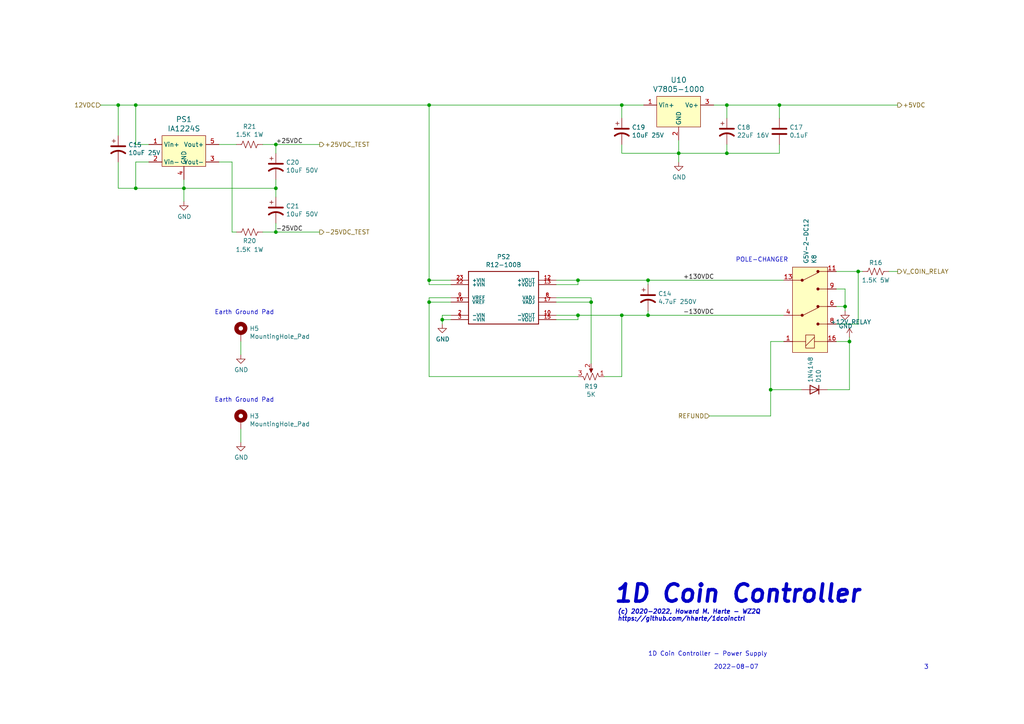
<source format=kicad_sch>
(kicad_sch (version 20211123) (generator eeschema)
  (paper "A4")
  (lib_symbols
    (symbol "1d_coinctrl_r2-rescue:+12V_RELAY-power" (power) (pin_names (offset 0))
      (property "Value" "+12V_RELAY-power" (at 0 3.556 0))
      (symbol "+12V_RELAY-power_0_1"
        (polyline (pts (xy -0.762 1.27) (xy 0 2.54)))
        (polyline (pts (xy 0 0) (xy 0 2.54)))
        (polyline (pts (xy 0 2.54) (xy 0.762 1.27)))
      )
      (symbol "+12V_RELAY-power_1_1"
        (pin power_in line (at 0 0 90) (length 0) hide (name "+12V_RELAY") (number "1"))
      )
    )
    (symbol "1d_coinctrl_r2-rescue:G5V-2-DC12-dk_Signal-Relays-Up-to-2-Amps" (pin_names (offset 1.016) hide)
      (property "Reference" "RLY" (at -15.875 6.35 0))
      (property "Value" "G5V-2-DC12-dk_Signal-Relays-Up-to-2-Amps" (at -14.986 4.826 90))
      (symbol "G5V-2-DC12-dk_Signal-Relays-Up-to-2-Amps_0_1"
        (rectangle (start -13.335 5.08) (end 11.43 -5.08) (fill (type background)))
        (rectangle (start -12.065 1.27) (end -8.255 -1.27))
        (circle (center -5.08 2.286) (radius 0.3556) (fill (type outline)))
        (circle (center -2.54 -2.286) (radius 0.3556) (fill (type outline)))
        (polyline (pts (xy -11.43 -1.27) (xy -8.89 1.27)))
        (polyline (pts (xy -10.16 -1.27) (xy -10.16 -5.08)))
        (polyline (pts (xy -10.16 5.08) (xy -10.16 1.27)))
        (polyline (pts (xy -5.08 5.08) (xy -5.08 2.54)))
        (polyline (pts (xy -2.54 -5.08) (xy -2.54 -2.54)))
        (polyline (pts (xy -2.54 -2.032) (xy -0.254 2.54)))
        (polyline (pts (xy 0 5.08) (xy 0 2.54)))
        (polyline (pts (xy 5.08 5.08) (xy 5.08 2.54)))
        (polyline (pts (xy 7.62 -5.08) (xy 7.62 -2.54)))
        (polyline (pts (xy 7.62 -2.032) (xy 9.906 2.54)))
        (polyline (pts (xy 10.16 5.08) (xy 10.16 2.54)))
        (circle (center 0 2.286) (radius 0.3556) (fill (type outline)))
        (circle (center 5.08 2.286) (radius 0.3556) (fill (type outline)))
        (circle (center 7.62 -2.286) (radius 0.3556) (fill (type outline)))
        (circle (center 10.16 2.286) (radius 0.3556) (fill (type outline)))
      )
      (symbol "G5V-2-DC12-dk_Signal-Relays-Up-to-2-Amps_1_1"
        (pin passive line (at -10.16 -7.62 90) (length 2.54) (name "COIL") (number "1"))
        (pin passive line (at 10.16 7.62 270) (length 2.54) (name "NC2") (number "11"))
        (pin passive line (at 7.62 -7.62 90) (length 2.54) (name "COM2") (number "13"))
        (pin passive line (at -10.16 7.62 270) (length 2.54) (name "COIL") (number "16"))
        (pin passive line (at -2.54 -7.62 90) (length 2.54) (name "COM1") (number "4"))
        (pin passive line (at 0 7.62 270) (length 2.54) (name "NC1") (number "6"))
        (pin passive line (at -5.08 7.62 270) (length 2.54) (name "NO1") (number "8"))
        (pin passive line (at 5.08 7.62 270) (length 2.54) (name "NO2") (number "9"))
      )
    )
    (symbol "1d_coinctrl_r2-rescue:IA1224S-dk_DC-DC-Converters"
      (property "Reference" "U" (at -6.35 6.35 0))
      (property "Value" "IA1224S-dk_DC-DC-Converters" (at 1.27 -5.08 0))
      (symbol "IA1224S-dk_DC-DC-Converters_0_1"
        (rectangle (start -6.35 5.08) (end 6.35 -3.81) (fill (type background)))
      )
      (symbol "IA1224S-dk_DC-DC-Converters_1_1"
        (pin power_in line (at -10.16 2.54 0) (length 3.81) (name "Vin+") (number "1"))
        (pin power_in line (at -10.16 -2.54 0) (length 3.81) (name "Vin-") (number "2"))
        (pin power_out line (at 10.16 -2.54 180) (length 3.81) (name "Vout-") (number "3"))
        (pin power_in line (at 0 -7.62 90) (length 3.81) (name "GND") (number "4"))
        (pin power_out line (at 10.16 2.54 180) (length 3.81) (name "Vout+") (number "5"))
      )
    )
    (symbol "1d_coinctrl_r2-rescue:R12-100B-R12-100B" (pin_names (offset 1.016))
      (property "Reference" "PS" (at -10.16 8.636 0))
      (property "Value" "R12-100B-R12-100B" (at -10.16 -10.922 0))
      (symbol "R12-100B-R12-100B_0_0"
        (polyline (pts (xy -10.16 -7.62) (xy -10.16 7.62)) (stroke (width 0.254)))
        (polyline (pts (xy -10.16 7.62) (xy 10.16 7.62)) (stroke (width 0.254)))
        (polyline (pts (xy 10.16 -7.62) (xy -10.16 -7.62)) (stroke (width 0.254)))
        (polyline (pts (xy 10.16 7.62) (xy 10.16 -7.62)) (stroke (width 0.254)))
        (pin output line (at 15.24 -5.08 180) (length 5.08) (name "-VOUT") (number "10"))
        (pin output line (at 15.24 5.08 180) (length 5.08) (name "+VOUT") (number "12"))
        (pin output line (at 15.24 3.81 180) (length 5.08) (name "+VOUT") (number "13"))
        (pin output line (at 15.24 -6.35 180) (length 5.08) (name "-VOUT") (number "15"))
        (pin input line (at -15.24 -1.27 0) (length 5.08) (name "VREF") (number "16"))
        (pin passive line (at 15.24 -1.27 180) (length 5.08) (name "VADJ") (number "17"))
        (pin input line (at -15.24 -5.08 0) (length 5.08) (name "-VIN") (number "2"))
        (pin input line (at -15.24 3.81 0) (length 5.08) (name "+VIN") (number "22"))
        (pin input line (at -15.24 5.08 0) (length 5.08) (name "+VIN") (number "23"))
        (pin input line (at -15.24 -6.35 0) (length 5.08) (name "-VIN") (number "3"))
        (pin passive line (at 15.24 0 180) (length 5.08) (name "VADJ") (number "8"))
        (pin input line (at -15.24 0 0) (length 5.08) (name "VREF") (number "9"))
      )
    )
    (symbol "1d_coinctrl_r2-rescue:V7805-1000-dk_DC-DC-Converters"
      (property "Reference" "U" (at -6.35 6.35 0))
      (property "Value" "V7805-1000-dk_DC-DC-Converters" (at 1.27 -5.08 0))
      (symbol "V7805-1000-dk_DC-DC-Converters_0_1"
        (rectangle (start -6.35 5.08) (end 6.35 -3.81) (fill (type background)))
      )
      (symbol "V7805-1000-dk_DC-DC-Converters_1_1"
        (pin power_in line (at -10.16 2.54 0) (length 3.81) (name "Vin+") (number "1"))
        (pin power_in line (at 0 -7.62 90) (length 3.81) (name "GND") (number "2"))
        (pin power_out line (at 10.16 2.54 180) (length 3.81) (name "Vo+") (number "3"))
      )
    )
    (symbol "Device:C" (pin_numbers hide) (pin_names (offset 0.254))
      (property "Reference" "C" (at 0.635 2.54 0))
      (property "Value" "C" (at 0.635 -2.54 0))
      (symbol "C_0_1"
        (polyline (pts (xy -2.032 -0.762) (xy 2.032 -0.762)) (stroke (width 0.508)))
        (polyline (pts (xy -2.032 0.762) (xy 2.032 0.762)) (stroke (width 0.508)))
      )
      (symbol "C_1_1"
        (pin passive line (at 0 3.81 270) (length 2.794) (name "~") (number "1"))
        (pin passive line (at 0 -3.81 90) (length 2.794) (name "~") (number "2"))
      )
    )
    (symbol "Device:C_Polarized_US" (pin_numbers hide) (pin_names (offset 0.254) hide)
      (property "Reference" "C" (at 0.635 2.54 0))
      (property "Value" "C_Polarized_US" (at 0.635 -2.54 0))
      (symbol "C_Polarized_US_0_1"
        (polyline (pts (xy -2.032 0.762) (xy 2.032 0.762)) (stroke (width 0.508)))
        (polyline (pts (xy -1.778 2.286) (xy -0.762 2.286)))
        (polyline (pts (xy -1.27 1.778) (xy -1.27 2.794)))
        (arc (start 2.032 -1.27) (mid 0 -0.5572) (end -2.032 -1.27) (stroke (width 0.508)))
      )
      (symbol "C_Polarized_US_1_1"
        (pin passive line (at 0 3.81 270) (length 2.794) (name "~") (number "1"))
        (pin passive line (at 0 -3.81 90) (length 3.302) (name "~") (number "2"))
      )
    )
    (symbol "Device:R_Potentiometer_US" (pin_names (offset 1.016) hide)
      (property "Reference" "RV" (at -4.445 0 90))
      (property "Value" "R_Potentiometer_US" (at -2.54 0 90))
      (symbol "R_Potentiometer_US_0_1"
        (polyline (pts (xy 0 -2.286) (xy 0 -2.54)))
        (polyline (pts (xy 0 2.54) (xy 0 2.286)))
        (polyline (pts (xy 2.54 0) (xy 1.524 0)))
        (polyline (pts (xy 1.143 0) (xy 2.286 0.508) (xy 2.286 -0.508) (xy 1.143 0)) (fill (type outline)))
        (polyline (pts (xy 0 -0.762) (xy 1.016 -1.143) (xy 0 -1.524) (xy -1.016 -1.905) (xy 0 -2.286)))
        (polyline (pts (xy 0 0.762) (xy 1.016 0.381) (xy 0 0) (xy -1.016 -0.381) (xy 0 -0.762)))
        (polyline (pts (xy 0 2.286) (xy 1.016 1.905) (xy 0 1.524) (xy -1.016 1.143) (xy 0 0.762)))
      )
      (symbol "R_Potentiometer_US_1_1"
        (pin passive line (at 0 3.81 270) (length 1.27) (name "1") (number "1"))
        (pin passive line (at 3.81 0 180) (length 1.27) (name "2") (number "2"))
        (pin passive line (at 0 -3.81 90) (length 1.27) (name "3") (number "3"))
      )
    )
    (symbol "Device:R_US" (pin_numbers hide) (pin_names (offset 0))
      (property "Reference" "R" (at 2.54 0 90))
      (property "Value" "R_US" (at -2.54 0 90))
      (symbol "R_US_0_1"
        (polyline (pts (xy 0 -2.286) (xy 0 -2.54)))
        (polyline (pts (xy 0 2.286) (xy 0 2.54)))
        (polyline (pts (xy 0 -0.762) (xy 1.016 -1.143) (xy 0 -1.524) (xy -1.016 -1.905) (xy 0 -2.286)))
        (polyline (pts (xy 0 0.762) (xy 1.016 0.381) (xy 0 0) (xy -1.016 -0.381) (xy 0 -0.762)))
        (polyline (pts (xy 0 2.286) (xy 1.016 1.905) (xy 0 1.524) (xy -1.016 1.143) (xy 0 0.762)))
      )
      (symbol "R_US_1_1"
        (pin passive line (at 0 3.81 270) (length 1.27) (name "~") (number "1"))
        (pin passive line (at 0 -3.81 90) (length 1.27) (name "~") (number "2"))
      )
    )
    (symbol "Diode:1N4148" (pin_numbers hide) (pin_names (offset 1.016) hide)
      (property "Reference" "D" (at 0 2.54 0))
      (property "Value" "1N4148" (at 0 -2.54 0))
      (symbol "1N4148_0_1"
        (polyline (pts (xy -1.27 1.27) (xy -1.27 -1.27)) (stroke (width 0.254)))
        (polyline (pts (xy 1.27 0) (xy -1.27 0)))
        (polyline (pts (xy 1.27 1.27) (xy 1.27 -1.27) (xy -1.27 0) (xy 1.27 1.27)) (stroke (width 0.254)))
      )
      (symbol "1N4148_1_1"
        (pin passive line (at -3.81 0 0) (length 2.54) (name "K") (number "1"))
        (pin passive line (at 3.81 0 180) (length 2.54) (name "A") (number "2"))
      )
    )
    (symbol "Mechanical:MountingHole_Pad" (pin_numbers hide) (pin_names (offset 1.016) hide)
      (property "Reference" "H" (at 0 6.35 0))
      (property "Value" "MountingHole_Pad" (at 0 4.445 0))
      (symbol "MountingHole_Pad_0_1"
        (circle (center 0 1.27) (radius 1.27) (stroke (width 1.27)))
      )
      (symbol "MountingHole_Pad_1_1"
        (pin input line (at 0 -2.54 90) (length 2.54) (name "1") (number "1"))
      )
    )
    (symbol "power:GND" (power) (pin_names (offset 0))
      (property "Value" "GND" (at 0 -3.81 0))
      (symbol "GND_0_1"
        (polyline (pts (xy 0 0) (xy 0 -1.27) (xy 1.27 -1.27) (xy 0 -2.54) (xy -1.27 -1.27) (xy 0 -1.27)))
      )
      (symbol "GND_1_1"
        (pin power_in line (at 0 0 270) (length 0) hide (name "GND") (number "1"))
      )
    )
  )
  (junction (at 53.34 54.61))
  (junction (at 34.29 30.48))
  (junction (at 39.37 54.61))
  (junction (at 187.96 81.28))
  (junction (at 210.82 44.45))
  (junction (at 39.37 30.48))
  (junction (at 187.96 91.44))
  (junction (at 124.46 81.28))
  (junction (at 80.01 41.91))
  (junction (at 180.34 30.48))
  (junction (at 226.06 30.48))
  (junction (at 210.82 30.48))
  (junction (at 124.46 30.48))
  (junction (at 248.92 78.74))
  (junction (at 128.27 92.71))
  (junction (at 196.85 44.45))
  (junction (at 80.01 54.61))
  (junction (at 245.11 88.9))
  (junction (at 80.01 67.31))
  (junction (at 124.46 87.63))
  (junction (at 167.64 81.28))
  (junction (at 180.34 91.44))
  (junction (at 171.45 87.63))
  (junction (at 167.64 91.44))
  (junction (at 246.38 99.06))
  (junction (at 223.52 113.03))
  (wire (pts (xy 167.64 92.71) (xy 167.64 91.44)))
  (wire (pts (xy 242.57 88.9) (xy 245.11 88.9)))
  (wire (pts (xy 68.58 67.31) (xy 67.31 67.31)))
  (wire (pts (xy 63.5 41.91) (xy 68.58 41.91)))
  (wire (pts (xy 196.85 46.99) (xy 196.85 44.45)))
  (wire (pts (xy 171.45 105.41) (xy 171.45 87.63)))
  (wire (pts (xy 80.01 67.31) (xy 92.71 67.31)))
  (wire (pts (xy 167.64 109.22) (xy 124.46 109.22)))
  (wire (pts (xy 69.85 102.87) (xy 69.85 99.06)))
  (wire (pts (xy 232.41 113.03) (xy 223.52 113.03)))
  (wire (pts (xy 39.37 30.48) (xy 124.46 30.48)))
  (wire (pts (xy 210.82 30.48) (xy 226.06 30.48)))
  (wire (pts (xy 226.06 30.48) (xy 260.35 30.48)))
  (wire (pts (xy 246.38 99.06) (xy 246.38 97.79)))
  (wire (pts (xy 63.5 46.99) (xy 67.31 46.99)))
  (wire (pts (xy 124.46 109.22) (xy 124.46 87.63)))
  (wire (pts (xy 39.37 41.91) (xy 39.37 30.48)))
  (wire (pts (xy 187.96 81.28) (xy 227.33 81.28)))
  (wire (pts (xy 53.34 54.61) (xy 80.01 54.61)))
  (wire (pts (xy 124.46 30.48) (xy 124.46 81.28)))
  (wire (pts (xy 180.34 44.45) (xy 196.85 44.45)))
  (wire (pts (xy 130.81 91.44) (xy 128.27 91.44)))
  (wire (pts (xy 53.34 54.61) (xy 53.34 52.07)))
  (wire (pts (xy 124.46 81.28) (xy 124.46 82.55)))
  (wire (pts (xy 43.18 41.91) (xy 39.37 41.91)))
  (wire (pts (xy 161.29 92.71) (xy 167.64 92.71)))
  (wire (pts (xy 180.34 30.48) (xy 186.69 30.48)))
  (wire (pts (xy 205.74 120.65) (xy 223.52 120.65)))
  (wire (pts (xy 248.92 78.74) (xy 242.57 78.74)))
  (wire (pts (xy 226.06 44.45) (xy 226.06 41.91)))
  (wire (pts (xy 245.11 90.17) (xy 245.11 88.9)))
  (wire (pts (xy 187.96 91.44) (xy 227.33 91.44)))
  (wire (pts (xy 76.2 67.31) (xy 80.01 67.31)))
  (wire (pts (xy 161.29 81.28) (xy 167.64 81.28)))
  (wire (pts (xy 210.82 44.45) (xy 196.85 44.45)))
  (wire (pts (xy 171.45 87.63) (xy 171.45 86.36)))
  (wire (pts (xy 207.01 30.48) (xy 210.82 30.48)))
  (wire (pts (xy 167.64 91.44) (xy 180.34 91.44)))
  (wire (pts (xy 167.64 82.55) (xy 167.64 81.28)))
  (wire (pts (xy 80.01 57.15) (xy 80.01 54.61)))
  (wire (pts (xy 124.46 87.63) (xy 130.81 87.63)))
  (wire (pts (xy 128.27 92.71) (xy 130.81 92.71)))
  (wire (pts (xy 175.26 109.22) (xy 180.34 109.22)))
  (wire (pts (xy 161.29 82.55) (xy 167.64 82.55)))
  (wire (pts (xy 223.52 113.03) (xy 223.52 99.06)))
  (wire (pts (xy 80.01 67.31) (xy 80.01 64.77)))
  (wire (pts (xy 242.57 93.98) (xy 248.92 93.98)))
  (wire (pts (xy 161.29 91.44) (xy 167.64 91.44)))
  (wire (pts (xy 210.82 34.29) (xy 210.82 30.48)))
  (wire (pts (xy 128.27 92.71) (xy 128.27 93.98)))
  (wire (pts (xy 187.96 90.17) (xy 187.96 91.44)))
  (wire (pts (xy 39.37 46.99) (xy 39.37 54.61)))
  (wire (pts (xy 124.46 30.48) (xy 180.34 30.48)))
  (wire (pts (xy 53.34 58.42) (xy 53.34 54.61)))
  (wire (pts (xy 245.11 83.82) (xy 242.57 83.82)))
  (wire (pts (xy 67.31 46.99) (xy 67.31 67.31)))
  (wire (pts (xy 39.37 54.61) (xy 53.34 54.61)))
  (wire (pts (xy 161.29 87.63) (xy 171.45 87.63)))
  (wire (pts (xy 180.34 34.29) (xy 180.34 30.48)))
  (wire (pts (xy 34.29 39.37) (xy 34.29 30.48)))
  (wire (pts (xy 187.96 82.55) (xy 187.96 81.28)))
  (wire (pts (xy 80.01 44.45) (xy 80.01 41.91)))
  (wire (pts (xy 223.52 120.65) (xy 223.52 113.03)))
  (wire (pts (xy 226.06 34.29) (xy 226.06 30.48)))
  (wire (pts (xy 34.29 30.48) (xy 29.21 30.48)))
  (wire (pts (xy 242.57 99.06) (xy 246.38 99.06)))
  (wire (pts (xy 34.29 54.61) (xy 39.37 54.61)))
  (wire (pts (xy 248.92 78.74) (xy 250.19 78.74)))
  (wire (pts (xy 245.11 88.9) (xy 245.11 83.82)))
  (wire (pts (xy 167.64 81.28) (xy 187.96 81.28)))
  (wire (pts (xy 210.82 41.91) (xy 210.82 44.45)))
  (wire (pts (xy 80.01 41.91) (xy 92.71 41.91)))
  (wire (pts (xy 128.27 91.44) (xy 128.27 92.71)))
  (wire (pts (xy 171.45 86.36) (xy 161.29 86.36)))
  (wire (pts (xy 257.81 78.74) (xy 260.35 78.74)))
  (wire (pts (xy 180.34 91.44) (xy 187.96 91.44)))
  (wire (pts (xy 223.52 99.06) (xy 227.33 99.06)))
  (wire (pts (xy 69.85 128.27) (xy 69.85 124.46)))
  (wire (pts (xy 196.85 44.45) (xy 196.85 40.64)))
  (wire (pts (xy 248.92 93.98) (xy 248.92 78.74)))
  (wire (pts (xy 43.18 46.99) (xy 39.37 46.99)))
  (wire (pts (xy 180.34 41.91) (xy 180.34 44.45)))
  (wire (pts (xy 80.01 54.61) (xy 80.01 52.07)))
  (wire (pts (xy 124.46 81.28) (xy 130.81 81.28)))
  (wire (pts (xy 76.2 41.91) (xy 80.01 41.91)))
  (wire (pts (xy 240.03 113.03) (xy 246.38 113.03)))
  (wire (pts (xy 246.38 113.03) (xy 246.38 99.06)))
  (wire (pts (xy 34.29 46.99) (xy 34.29 54.61)))
  (wire (pts (xy 124.46 87.63) (xy 124.46 86.36)))
  (wire (pts (xy 180.34 109.22) (xy 180.34 91.44)))
  (wire (pts (xy 210.82 44.45) (xy 226.06 44.45)))
  (wire (pts (xy 124.46 86.36) (xy 130.81 86.36)))
  (wire (pts (xy 39.37 30.48) (xy 34.29 30.48)))
  (wire (pts (xy 124.46 82.55) (xy 130.81 82.55)))
  (text "(c) 2020-2022, Howard M. Harte - WZ2Q\nhttps://github.com/hharte/1dcoinctrl" (at 179.07 180.34 0) (effects (font (size 1.27 1.27) (thickness 0.254) bold italic) (justify left bottom)))
  (text "POLE-CHANGER" (at 213.36 76.2 0) (effects (font (size 1.27 1.27)) (justify left bottom)))
  (text "Earth Ground Pad" (at 62.23 91.44 0) (effects (font (size 1.27 1.27)) (justify left bottom)))
  (text "Earth Ground Pad" (at 62.23 116.84 0) (effects (font (size 1.27 1.27)) (justify left bottom)))
  (text "3" (at 267.97 194.31 0) (effects (font (size 1.27 1.27)) (justify left bottom)))
  (text "1D Coin Controller" (at 177.8 175.26 0) (effects (font (size 5.0038 5.0038) (thickness 1.0008) bold italic) (justify left bottom)))
  (text "1D Coin Controller - Power Supply" (at 187.96 190.5 0) (effects (font (size 1.27 1.27)) (justify left bottom)))
  (text "2022-08-07" (at 207.01 194.31 0) (effects (font (size 1.27 1.27)) (justify left bottom)))
  (label "+25VDC" (at 80.01 41.91 0))
  (label "+130VDC" (at 198.12 81.28 0))
  (label "-25VDC" (at 80.01 67.31 0))
  (label "-130VDC" (at 198.12 91.44 0))
  (hierarchical_label "12VDC" (shape input) (at 29.21 30.48 180))
  (hierarchical_label "+5VDC" (shape output) (at 260.35 30.48 0))
  (hierarchical_label "+25VDC_TEST" (shape output) (at 92.71 41.91 0))
  (hierarchical_label "-25VDC_TEST" (shape output) (at 92.71 67.31 0))
  (hierarchical_label "V_COIN_RELAY" (shape output) (at 260.35 78.74 0))
  (hierarchical_label "REFUND" (shape input) (at 205.74 120.65 180))
  (symbol (lib_id "1d_coinctrl_r2-rescue:IA1224S-dk_DC-DC-Converters") (at 53.34 44.45 0) (unit 1)
    (property "Reference" "PS1" (at 53.34 34.6202 0) (effects (font (size 1.524 1.524))))
    (property "Value" "IA1224S" (at 53.34 37.3126 0) (effects (font (size 1.524 1.524))))
    (property "Footprint" "1dcoinctrl_r2:IA1224S" (effects hide))
    (property "Datasheet" "https://www.cui.com/product/resource/digikeypdf/v78-500.pdf" (effects hide))
    (property "Digi-Key_PN" "102-1709-ND" (effects hide))
    (property "MPN" "V7805-500" (effects hide))
    (property "Category" "Power Supplies - Board Mount" (effects hide))
    (property "Family" "DC DC Converters" (effects hide))
    (property "DK_Datasheet_Link" "https://www.cui.com/product/resource/digikeypdf/v78-500.pdf" (effects hide))
    (property "DK_Detail_Page" "/product-detail/en/cui-inc/V7805-500/102-1709-ND/1828602" (effects hide))
    (property "Description" "DC DC CONVERTER 5V 2.5W" (effects hide))
    (property "Manufacturer" "CUI Inc." (effects hide))
    (property "Status" "Active" (effects hide))
  )
  (symbol (lib_id "power:GND") (at 53.34 58.42 0) (unit 1)
    (property "Reference" "#PWR09" (effects hide))
    (property "Value" "GND" (at 53.467 62.8142 0))
  )
  (symbol (lib_id "1d_coinctrl_r2-rescue:V7805-1000-dk_DC-DC-Converters") (at 196.85 33.02 0) (unit 1)
    (property "Reference" "U10" (at 196.85 23.1902 0) (effects (font (size 1.524 1.524))))
    (property "Value" "V7805-1000" (at 196.85 25.8826 0) (effects (font (size 1.524 1.524))))
    (property "Footprint" "digikey-footprints:3-SIP_Module_V7805-1000" (effects hide))
    (property "Datasheet" "https://www.cui.com/product/resource/digikeypdf/v78xx-1000.pdf" (effects hide))
    (property "Digi-Key_PN" "102-1715-ND" (effects hide))
    (property "MPN" "V7805-1000" (effects hide))
    (property "Category" "Power Supplies - Board Mount" (effects hide))
    (property "Family" "DC DC Converters" (effects hide))
    (property "DK_Datasheet_Link" "https://www.cui.com/product/resource/digikeypdf/v78xx-1000.pdf" (effects hide))
    (property "DK_Detail_Page" "/product-detail/en/cui-inc/V7805-1000/102-1715-ND/1828608" (effects hide))
    (property "Description" "DC DC CONVERTER 5V 5W" (effects hide))
    (property "Manufacturer" "CUI Inc." (effects hide))
    (property "Status" "Active" (effects hide))
  )
  (symbol (lib_id "power:GND") (at 196.85 46.99 0) (unit 1)
    (property "Reference" "#PWR012" (effects hide))
    (property "Value" "GND" (at 196.977 51.3842 0))
  )
  (symbol (lib_id "Device:C_Polarized_US") (at 180.34 38.1 0) (unit 1)
    (property "Reference" "C19" (at 183.261 36.9316 0) (effects (justify left)))
    (property "Value" "10uF 25V" (at 183.261 39.243 0) (effects (justify left)))
    (property "Footprint" "Capacitor_THT:C_Disc_D6.0mm_W4.4mm_P5.00mm" (effects hide))
  )
  (symbol (lib_id "Device:C_Polarized_US") (at 210.82 38.1 0) (unit 1)
    (property "Reference" "C18" (at 213.741 36.9316 0) (effects (justify left)))
    (property "Value" "22uF 16V" (at 213.741 39.243 0) (effects (justify left)))
    (property "Footprint" "Capacitor_THT:C_Disc_D6.0mm_W4.4mm_P5.00mm" (effects hide))
  )
  (symbol (lib_id "1d_coinctrl_r2-rescue:G5V-2-DC12-dk_Signal-Relays-Up-to-2-Amps") (at 234.95 88.9 270) (mirror x) (unit 1)
    (property "Reference" "K8" (at 236.1184 76.5048 0) (effects (justify left)))
    (property "Value" "G5V-2-DC12" (at 233.807 76.5048 0) (effects (justify left)))
    (property "Footprint" "digikey-footprints:Relay_THT_G5V-2" (effects hide))
    (property "Datasheet" "http://omronfs.omron.com/en_US/ecb/products/pdf/en-g5v_2.pdf" (effects hide))
    (property "Digi-Key_PN" "PB1125-ND" (effects hide))
    (property "MPN" "G5V-2-DC12" (effects hide))
    (property "Category" "Relays" (effects hide))
    (property "Family" "Signal Relays, Up to 2 Amps" (effects hide))
    (property "DK_Datasheet_Link" "http://omronfs.omron.com/en_US/ecb/products/pdf/en-g5v_2.pdf" (effects hide))
    (property "DK_Detail_Page" "/product-detail/en/omron-electronics-inc-emc-div/G5V-2-DC12/Z768-ND/87821" (effects hide))
    (property "Description" "RELAY GEN PURPOSE DPDT 2A 12V" (effects hide))
    (property "Manufacturer" "Omron Electronics Inc-EMC Div" (effects hide))
    (property "Status" "Active" (effects hide))
  )
  (symbol (lib_id "1d_coinctrl_r2-rescue:+12V_RELAY-power") (at 246.38 97.79 0) (unit 1)
    (property "Reference" "#PWR011" (effects hide))
    (property "Value" "+12V_RELAY" (at 246.761 93.3958 0))
  )
  (symbol (lib_id "Diode:1N4148") (at 236.22 113.03 0) (mirror y) (unit 1)
    (property "Reference" "D10" (at 237.3884 111.0234 90) (effects (justify left)))
    (property "Value" "1N4148" (at 235.077 111.0234 90) (effects (justify left)))
    (property "Footprint" "Diode_THT:D_DO-35_SOD27_P7.62mm_Horizontal" (effects hide))
    (property "Datasheet" "http://www.nxp.com/documents/data_sheet/1N4148_1N4448.pdf" (effects hide))
  )
  (symbol (lib_id "power:GND") (at 245.11 90.17 0) (unit 1)
    (property "Reference" "#PWR013" (effects hide))
    (property "Value" "GND" (at 245.237 94.5642 0))
  )
  (symbol (lib_id "1d_coinctrl_r2-rescue:R12-100B-R12-100B") (at 146.05 86.36 0) (unit 1)
    (property "Reference" "PS2" (at 146.05 74.4982 0))
    (property "Value" "R12-100B" (at 146.05 76.8096 0))
    (property "Footprint" "kicad-snapeda:CONV_R12-100B" (effects hide))
    (property "Datasheet" "7" (effects hide))
    (property "Field4" "Recom" (effects hide))
    (property "Field5" "9.4mm" (effects hide))
    (property "Field6" "Manufacturer Recommendations" (effects hide))
  )
  (symbol (lib_id "power:GND") (at 128.27 93.98 0) (unit 1)
    (property "Reference" "#PWR010" (effects hide))
    (property "Value" "GND" (at 128.397 98.3742 0))
  )
  (symbol (lib_id "Device:C_Polarized_US") (at 187.96 86.36 0) (unit 1)
    (property "Reference" "C14" (at 190.881 85.1916 0) (effects (justify left)))
    (property "Value" "4.7uF 250V" (at 190.881 87.503 0) (effects (justify left)))
    (property "Footprint" "Capacitor_THT:CP_Radial_D8.0mm_P3.50mm" (effects hide))
  )
  (symbol (lib_id "Device:R_US") (at 254 78.74 270) (unit 1)
    (property "Reference" "R16" (at 254 76.2 90))
    (property "Value" "1.5K 5W" (at 254 81.28 90))
    (property "Footprint" "Resistor_THT:R_Axial_Power_L25.0mm_W9.0mm_P30.48mm" (effects hide))
  )
  (symbol (lib_id "Device:C_Polarized_US") (at 34.29 43.18 0) (unit 1)
    (property "Reference" "C15" (at 37.211 42.0116 0) (effects (justify left)))
    (property "Value" "10uF 25V" (at 37.211 44.323 0) (effects (justify left)))
    (property "Footprint" "Capacitor_THT:C_Disc_D6.0mm_W4.4mm_P5.00mm" (effects hide))
  )
  (symbol (lib_id "Device:R_Potentiometer_US") (at 171.45 109.22 270) (mirror x) (unit 1)
    (property "Reference" "R19" (at 171.45 112.0902 90))
    (property "Value" "5K" (at 171.45 114.4016 90))
    (property "Footprint" "Potentiometer_THT:Potentiometer_Bourns_3266W_Vertical" (effects hide))
  )
  (symbol (lib_id "Device:C") (at 226.06 38.1 0) (unit 1)
    (property "Reference" "C17" (at 228.981 36.9316 0) (effects (justify left)))
    (property "Value" "0.1uF" (at 228.981 39.243 0) (effects (justify left)))
    (property "Footprint" "Capacitor_THT:C_Disc_D3.0mm_W2.0mm_P2.50mm" (effects hide))
  )
  (symbol (lib_id "Device:R_US") (at 72.39 41.91 270) (unit 1)
    (property "Reference" "R21" (at 72.39 36.703 90))
    (property "Value" "1.5K 1W" (at 72.39 39.0144 90))
    (property "Footprint" "Resistor_THT:R_Axial_DIN0207_L6.3mm_D2.5mm_P10.16mm_Horizontal" (effects hide))
  )
  (symbol (lib_id "Device:R_US") (at 72.39 67.31 270) (unit 1)
    (property "Reference" "R20" (at 72.39 69.85 90))
    (property "Value" "1.5K 1W" (at 72.39 72.39 90))
    (property "Footprint" "Resistor_THT:R_Axial_DIN0207_L6.3mm_D2.5mm_P10.16mm_Horizontal" (effects hide))
  )
  (symbol (lib_id "Device:C_Polarized_US") (at 80.01 48.26 0) (unit 1)
    (property "Reference" "C20" (at 82.931 47.0916 0) (effects (justify left)))
    (property "Value" "10uF 50V" (at 82.931 49.403 0) (effects (justify left)))
    (property "Footprint" "Capacitor_THT:CP_Radial_D6.3mm_P2.50mm" (effects hide))
  )
  (symbol (lib_id "Device:C_Polarized_US") (at 80.01 60.96 0) (unit 1)
    (property "Reference" "C21" (at 82.931 59.7916 0) (effects (justify left)))
    (property "Value" "10uF 50V" (at 82.931 62.103 0) (effects (justify left)))
    (property "Footprint" "Capacitor_THT:CP_Radial_D6.3mm_P2.50mm" (effects hide))
  )
  (symbol (lib_id "power:GND") (at 69.85 102.87 0) (unit 1)
    (property "Reference" "#PWR0107" (effects hide))
    (property "Value" "GND" (at 69.977 107.2642 0))
  )
  (symbol (lib_id "Mechanical:MountingHole_Pad") (at 69.85 96.52 0) (unit 1)
    (property "Reference" "H5" (at 72.39 95.2754 0) (effects (justify left)))
    (property "Value" "MountingHole_Pad" (at 72.39 97.5868 0) (effects (justify left)))
    (property "Footprint" "MountingHole:MountingHole_3.7mm_Pad" (effects hide))
  )
  (symbol (lib_id "Mechanical:MountingHole_Pad") (at 69.85 121.92 0) (unit 1)
    (property "Reference" "H3" (at 72.39 120.6754 0) (effects (justify left)))
    (property "Value" "MountingHole_Pad" (at 72.39 122.9868 0) (effects (justify left)))
    (property "Footprint" "MountingHole:MountingHole_3.7mm_Pad" (effects hide))
  )
  (symbol (lib_id "power:GND") (at 69.85 128.27 0) (unit 1)
    (property "Reference" "#PWR0127" (effects hide))
    (property "Value" "GND" (at 69.977 132.6642 0))
  )
)
</source>
